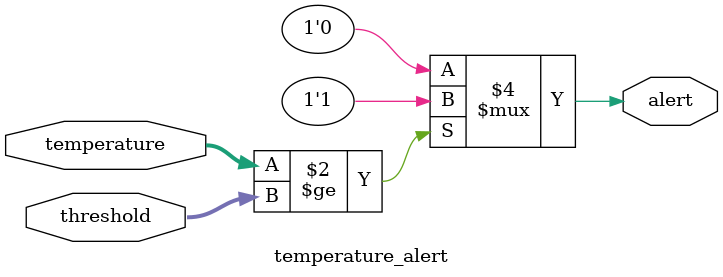
<source format=v>
module temperature_alert(
    input wire [7:0] temperature,  // 8-bit temperature input
    input wire [7:0] threshold,    // 8-bit threshold
    output reg alert               // Alert signal
);
    always @(*) begin
        if (temperature >= threshold)
            alert = 1;
        else
            alert = 0;
    end
endmodule

</source>
